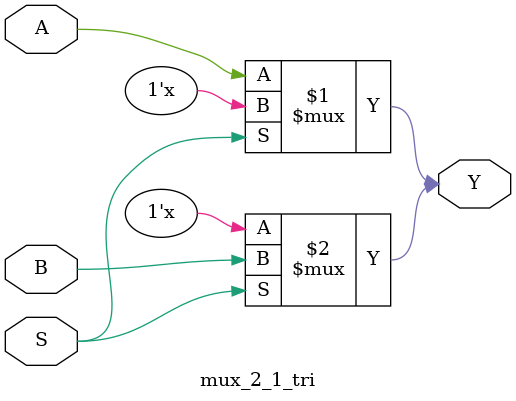
<source format=v>
`timescale 1ns / 1ps
module mux_2_1_tri(
output Y,
input A,B,S);
bufif0 g1(Y,A,S);
bufif1 g2(Y,B,S);
endmodule

</source>
